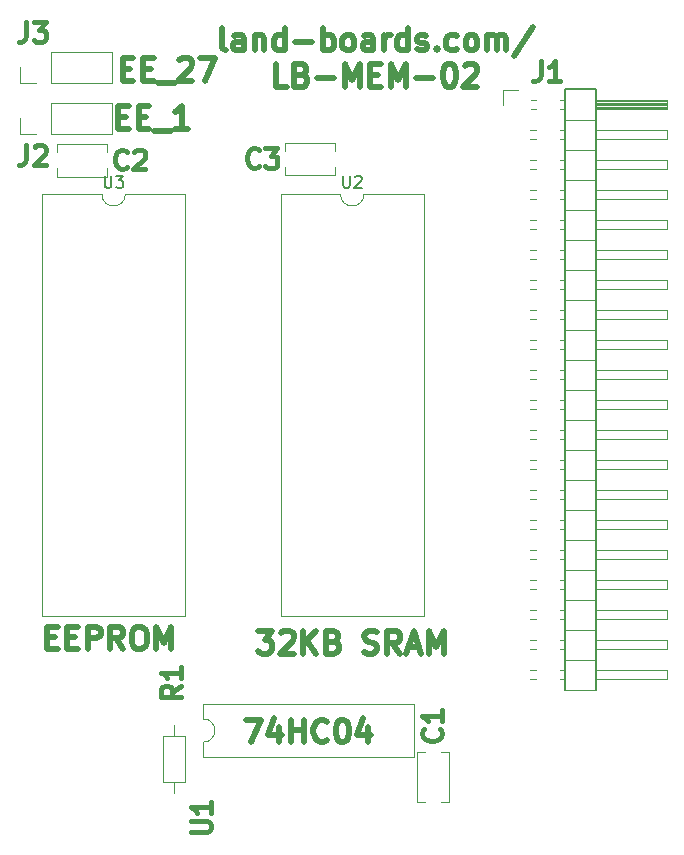
<source format=gto>
G04 #@! TF.GenerationSoftware,KiCad,Pcbnew,(6.0.1)*
G04 #@! TF.CreationDate,2022-10-08T07:27:23-04:00*
G04 #@! TF.ProjectId,LB-MEM-02,4c422d4d-454d-42d3-9032-2e6b69636164,2*
G04 #@! TF.SameCoordinates,Original*
G04 #@! TF.FileFunction,Legend,Top*
G04 #@! TF.FilePolarity,Positive*
%FSLAX46Y46*%
G04 Gerber Fmt 4.6, Leading zero omitted, Abs format (unit mm)*
G04 Created by KiCad (PCBNEW (6.0.1)) date 2022-10-08 07:27:23*
%MOMM*%
%LPD*%
G01*
G04 APERTURE LIST*
%ADD10C,0.476250*%
%ADD11C,0.150000*%
%ADD12C,0.412750*%
%ADD13C,0.120000*%
G04 APERTURE END LIST*
D10*
X152608642Y-50001260D02*
X152427214Y-49910546D01*
X152336500Y-49729117D01*
X152336500Y-48096260D01*
X154150785Y-50001260D02*
X154150785Y-49003403D01*
X154060071Y-48821975D01*
X153878642Y-48731260D01*
X153515785Y-48731260D01*
X153334357Y-48821975D01*
X154150785Y-49910546D02*
X153969357Y-50001260D01*
X153515785Y-50001260D01*
X153334357Y-49910546D01*
X153243642Y-49729117D01*
X153243642Y-49547689D01*
X153334357Y-49366260D01*
X153515785Y-49275546D01*
X153969357Y-49275546D01*
X154150785Y-49184832D01*
X155057928Y-48731260D02*
X155057928Y-50001260D01*
X155057928Y-48912689D02*
X155148642Y-48821975D01*
X155330071Y-48731260D01*
X155602214Y-48731260D01*
X155783642Y-48821975D01*
X155874357Y-49003403D01*
X155874357Y-50001260D01*
X157597928Y-50001260D02*
X157597928Y-48096260D01*
X157597928Y-49910546D02*
X157416500Y-50001260D01*
X157053642Y-50001260D01*
X156872214Y-49910546D01*
X156781500Y-49819832D01*
X156690785Y-49638403D01*
X156690785Y-49094117D01*
X156781500Y-48912689D01*
X156872214Y-48821975D01*
X157053642Y-48731260D01*
X157416500Y-48731260D01*
X157597928Y-48821975D01*
X158505071Y-49275546D02*
X159956500Y-49275546D01*
X160863642Y-50001260D02*
X160863642Y-48096260D01*
X160863642Y-48821975D02*
X161045071Y-48731260D01*
X161407928Y-48731260D01*
X161589357Y-48821975D01*
X161680071Y-48912689D01*
X161770785Y-49094117D01*
X161770785Y-49638403D01*
X161680071Y-49819832D01*
X161589357Y-49910546D01*
X161407928Y-50001260D01*
X161045071Y-50001260D01*
X160863642Y-49910546D01*
X162859357Y-50001260D02*
X162677928Y-49910546D01*
X162587214Y-49819832D01*
X162496500Y-49638403D01*
X162496500Y-49094117D01*
X162587214Y-48912689D01*
X162677928Y-48821975D01*
X162859357Y-48731260D01*
X163131500Y-48731260D01*
X163312928Y-48821975D01*
X163403642Y-48912689D01*
X163494357Y-49094117D01*
X163494357Y-49638403D01*
X163403642Y-49819832D01*
X163312928Y-49910546D01*
X163131500Y-50001260D01*
X162859357Y-50001260D01*
X165127214Y-50001260D02*
X165127214Y-49003403D01*
X165036500Y-48821975D01*
X164855071Y-48731260D01*
X164492214Y-48731260D01*
X164310785Y-48821975D01*
X165127214Y-49910546D02*
X164945785Y-50001260D01*
X164492214Y-50001260D01*
X164310785Y-49910546D01*
X164220071Y-49729117D01*
X164220071Y-49547689D01*
X164310785Y-49366260D01*
X164492214Y-49275546D01*
X164945785Y-49275546D01*
X165127214Y-49184832D01*
X166034357Y-50001260D02*
X166034357Y-48731260D01*
X166034357Y-49094117D02*
X166125071Y-48912689D01*
X166215785Y-48821975D01*
X166397214Y-48731260D01*
X166578642Y-48731260D01*
X168030071Y-50001260D02*
X168030071Y-48096260D01*
X168030071Y-49910546D02*
X167848642Y-50001260D01*
X167485785Y-50001260D01*
X167304357Y-49910546D01*
X167213642Y-49819832D01*
X167122928Y-49638403D01*
X167122928Y-49094117D01*
X167213642Y-48912689D01*
X167304357Y-48821975D01*
X167485785Y-48731260D01*
X167848642Y-48731260D01*
X168030071Y-48821975D01*
X168846500Y-49910546D02*
X169027928Y-50001260D01*
X169390785Y-50001260D01*
X169572214Y-49910546D01*
X169662928Y-49729117D01*
X169662928Y-49638403D01*
X169572214Y-49456975D01*
X169390785Y-49366260D01*
X169118642Y-49366260D01*
X168937214Y-49275546D01*
X168846500Y-49094117D01*
X168846500Y-49003403D01*
X168937214Y-48821975D01*
X169118642Y-48731260D01*
X169390785Y-48731260D01*
X169572214Y-48821975D01*
X170479357Y-49819832D02*
X170570071Y-49910546D01*
X170479357Y-50001260D01*
X170388642Y-49910546D01*
X170479357Y-49819832D01*
X170479357Y-50001260D01*
X172202928Y-49910546D02*
X172021500Y-50001260D01*
X171658642Y-50001260D01*
X171477214Y-49910546D01*
X171386500Y-49819832D01*
X171295785Y-49638403D01*
X171295785Y-49094117D01*
X171386500Y-48912689D01*
X171477214Y-48821975D01*
X171658642Y-48731260D01*
X172021500Y-48731260D01*
X172202928Y-48821975D01*
X173291500Y-50001260D02*
X173110071Y-49910546D01*
X173019357Y-49819832D01*
X172928642Y-49638403D01*
X172928642Y-49094117D01*
X173019357Y-48912689D01*
X173110071Y-48821975D01*
X173291500Y-48731260D01*
X173563642Y-48731260D01*
X173745071Y-48821975D01*
X173835785Y-48912689D01*
X173926500Y-49094117D01*
X173926500Y-49638403D01*
X173835785Y-49819832D01*
X173745071Y-49910546D01*
X173563642Y-50001260D01*
X173291500Y-50001260D01*
X174742928Y-50001260D02*
X174742928Y-48731260D01*
X174742928Y-48912689D02*
X174833642Y-48821975D01*
X175015071Y-48731260D01*
X175287214Y-48731260D01*
X175468642Y-48821975D01*
X175559357Y-49003403D01*
X175559357Y-50001260D01*
X175559357Y-49003403D02*
X175650071Y-48821975D01*
X175831500Y-48731260D01*
X176103642Y-48731260D01*
X176285071Y-48821975D01*
X176375785Y-49003403D01*
X176375785Y-50001260D01*
X178643642Y-48005546D02*
X177010785Y-50454832D01*
X157779357Y-53068310D02*
X156872214Y-53068310D01*
X156872214Y-51163310D01*
X159049357Y-52070453D02*
X159321500Y-52161167D01*
X159412214Y-52251882D01*
X159502928Y-52433310D01*
X159502928Y-52705453D01*
X159412214Y-52886882D01*
X159321500Y-52977596D01*
X159140071Y-53068310D01*
X158414357Y-53068310D01*
X158414357Y-51163310D01*
X159049357Y-51163310D01*
X159230785Y-51254025D01*
X159321500Y-51344739D01*
X159412214Y-51526167D01*
X159412214Y-51707596D01*
X159321500Y-51889025D01*
X159230785Y-51979739D01*
X159049357Y-52070453D01*
X158414357Y-52070453D01*
X160319357Y-52342596D02*
X161770785Y-52342596D01*
X162677928Y-53068310D02*
X162677928Y-51163310D01*
X163312928Y-52524025D01*
X163947928Y-51163310D01*
X163947928Y-53068310D01*
X164855071Y-52070453D02*
X165490071Y-52070453D01*
X165762214Y-53068310D02*
X164855071Y-53068310D01*
X164855071Y-51163310D01*
X165762214Y-51163310D01*
X166578642Y-53068310D02*
X166578642Y-51163310D01*
X167213642Y-52524025D01*
X167848642Y-51163310D01*
X167848642Y-53068310D01*
X168755785Y-52342596D02*
X170207214Y-52342596D01*
X171477214Y-51163310D02*
X171658642Y-51163310D01*
X171840071Y-51254025D01*
X171930785Y-51344739D01*
X172021500Y-51526167D01*
X172112214Y-51889025D01*
X172112214Y-52342596D01*
X172021500Y-52705453D01*
X171930785Y-52886882D01*
X171840071Y-52977596D01*
X171658642Y-53068310D01*
X171477214Y-53068310D01*
X171295785Y-52977596D01*
X171205071Y-52886882D01*
X171114357Y-52705453D01*
X171023642Y-52342596D01*
X171023642Y-51889025D01*
X171114357Y-51526167D01*
X171205071Y-51344739D01*
X171295785Y-51254025D01*
X171477214Y-51163310D01*
X172837928Y-51344739D02*
X172928642Y-51254025D01*
X173110071Y-51163310D01*
X173563642Y-51163310D01*
X173745071Y-51254025D01*
X173835785Y-51344739D01*
X173926500Y-51526167D01*
X173926500Y-51707596D01*
X173835785Y-51979739D01*
X172747214Y-53068310D01*
X173926500Y-53068310D01*
X154332214Y-106652785D02*
X155602214Y-106652785D01*
X154785785Y-108557785D01*
X157144357Y-107287785D02*
X157144357Y-108557785D01*
X156690785Y-106562071D02*
X156237214Y-107922785D01*
X157416500Y-107922785D01*
X158142214Y-108557785D02*
X158142214Y-106652785D01*
X158142214Y-107559928D02*
X159230785Y-107559928D01*
X159230785Y-108557785D02*
X159230785Y-106652785D01*
X161226500Y-108376357D02*
X161135785Y-108467071D01*
X160863642Y-108557785D01*
X160682214Y-108557785D01*
X160410071Y-108467071D01*
X160228642Y-108285642D01*
X160137928Y-108104214D01*
X160047214Y-107741357D01*
X160047214Y-107469214D01*
X160137928Y-107106357D01*
X160228642Y-106924928D01*
X160410071Y-106743500D01*
X160682214Y-106652785D01*
X160863642Y-106652785D01*
X161135785Y-106743500D01*
X161226500Y-106834214D01*
X162405785Y-106652785D02*
X162587214Y-106652785D01*
X162768642Y-106743500D01*
X162859357Y-106834214D01*
X162950071Y-107015642D01*
X163040785Y-107378500D01*
X163040785Y-107832071D01*
X162950071Y-108194928D01*
X162859357Y-108376357D01*
X162768642Y-108467071D01*
X162587214Y-108557785D01*
X162405785Y-108557785D01*
X162224357Y-108467071D01*
X162133642Y-108376357D01*
X162042928Y-108194928D01*
X161952214Y-107832071D01*
X161952214Y-107378500D01*
X162042928Y-107015642D01*
X162133642Y-106834214D01*
X162224357Y-106743500D01*
X162405785Y-106652785D01*
X164673642Y-107287785D02*
X164673642Y-108557785D01*
X164220071Y-106562071D02*
X163766500Y-107922785D01*
X164945785Y-107922785D01*
X137486571Y-99685928D02*
X138121571Y-99685928D01*
X138393714Y-100683785D02*
X137486571Y-100683785D01*
X137486571Y-98778785D01*
X138393714Y-98778785D01*
X139210142Y-99685928D02*
X139845142Y-99685928D01*
X140117285Y-100683785D02*
X139210142Y-100683785D01*
X139210142Y-98778785D01*
X140117285Y-98778785D01*
X140933714Y-100683785D02*
X140933714Y-98778785D01*
X141659428Y-98778785D01*
X141840857Y-98869500D01*
X141931571Y-98960214D01*
X142022285Y-99141642D01*
X142022285Y-99413785D01*
X141931571Y-99595214D01*
X141840857Y-99685928D01*
X141659428Y-99776642D01*
X140933714Y-99776642D01*
X143927285Y-100683785D02*
X143292285Y-99776642D01*
X142838714Y-100683785D02*
X142838714Y-98778785D01*
X143564428Y-98778785D01*
X143745857Y-98869500D01*
X143836571Y-98960214D01*
X143927285Y-99141642D01*
X143927285Y-99413785D01*
X143836571Y-99595214D01*
X143745857Y-99685928D01*
X143564428Y-99776642D01*
X142838714Y-99776642D01*
X145106571Y-98778785D02*
X145469428Y-98778785D01*
X145650857Y-98869500D01*
X145832285Y-99050928D01*
X145923000Y-99413785D01*
X145923000Y-100048785D01*
X145832285Y-100411642D01*
X145650857Y-100593071D01*
X145469428Y-100683785D01*
X145106571Y-100683785D01*
X144925142Y-100593071D01*
X144743714Y-100411642D01*
X144653000Y-100048785D01*
X144653000Y-99413785D01*
X144743714Y-99050928D01*
X144925142Y-98869500D01*
X145106571Y-98778785D01*
X146739428Y-100683785D02*
X146739428Y-98778785D01*
X147374428Y-100139500D01*
X148009428Y-98778785D01*
X148009428Y-100683785D01*
X143528142Y-55616928D02*
X144163142Y-55616928D01*
X144435285Y-56614785D02*
X143528142Y-56614785D01*
X143528142Y-54709785D01*
X144435285Y-54709785D01*
X145251714Y-55616928D02*
X145886714Y-55616928D01*
X146158857Y-56614785D02*
X145251714Y-56614785D01*
X145251714Y-54709785D01*
X146158857Y-54709785D01*
X146521714Y-56796214D02*
X147973142Y-56796214D01*
X149424571Y-56614785D02*
X148336000Y-56614785D01*
X148880285Y-56614785D02*
X148880285Y-54709785D01*
X148698857Y-54981928D01*
X148517428Y-55163357D01*
X148336000Y-55254071D01*
X155384500Y-99159785D02*
X156563785Y-99159785D01*
X155928785Y-99885500D01*
X156200928Y-99885500D01*
X156382357Y-99976214D01*
X156473071Y-100066928D01*
X156563785Y-100248357D01*
X156563785Y-100701928D01*
X156473071Y-100883357D01*
X156382357Y-100974071D01*
X156200928Y-101064785D01*
X155656642Y-101064785D01*
X155475214Y-100974071D01*
X155384500Y-100883357D01*
X157289500Y-99341214D02*
X157380214Y-99250500D01*
X157561642Y-99159785D01*
X158015214Y-99159785D01*
X158196642Y-99250500D01*
X158287357Y-99341214D01*
X158378071Y-99522642D01*
X158378071Y-99704071D01*
X158287357Y-99976214D01*
X157198785Y-101064785D01*
X158378071Y-101064785D01*
X159194500Y-101064785D02*
X159194500Y-99159785D01*
X160283071Y-101064785D02*
X159466642Y-99976214D01*
X160283071Y-99159785D02*
X159194500Y-100248357D01*
X161734500Y-100066928D02*
X162006642Y-100157642D01*
X162097357Y-100248357D01*
X162188071Y-100429785D01*
X162188071Y-100701928D01*
X162097357Y-100883357D01*
X162006642Y-100974071D01*
X161825214Y-101064785D01*
X161099500Y-101064785D01*
X161099500Y-99159785D01*
X161734500Y-99159785D01*
X161915928Y-99250500D01*
X162006642Y-99341214D01*
X162097357Y-99522642D01*
X162097357Y-99704071D01*
X162006642Y-99885500D01*
X161915928Y-99976214D01*
X161734500Y-100066928D01*
X161099500Y-100066928D01*
X164365214Y-100974071D02*
X164637357Y-101064785D01*
X165090928Y-101064785D01*
X165272357Y-100974071D01*
X165363071Y-100883357D01*
X165453785Y-100701928D01*
X165453785Y-100520500D01*
X165363071Y-100339071D01*
X165272357Y-100248357D01*
X165090928Y-100157642D01*
X164728071Y-100066928D01*
X164546642Y-99976214D01*
X164455928Y-99885500D01*
X164365214Y-99704071D01*
X164365214Y-99522642D01*
X164455928Y-99341214D01*
X164546642Y-99250500D01*
X164728071Y-99159785D01*
X165181642Y-99159785D01*
X165453785Y-99250500D01*
X167358785Y-101064785D02*
X166723785Y-100157642D01*
X166270214Y-101064785D02*
X166270214Y-99159785D01*
X166995928Y-99159785D01*
X167177357Y-99250500D01*
X167268071Y-99341214D01*
X167358785Y-99522642D01*
X167358785Y-99794785D01*
X167268071Y-99976214D01*
X167177357Y-100066928D01*
X166995928Y-100157642D01*
X166270214Y-100157642D01*
X168084500Y-100520500D02*
X168991642Y-100520500D01*
X167903071Y-101064785D02*
X168538071Y-99159785D01*
X169173071Y-101064785D01*
X169808071Y-101064785D02*
X169808071Y-99159785D01*
X170443071Y-100520500D01*
X171078071Y-99159785D01*
X171078071Y-101064785D01*
X143891000Y-51552928D02*
X144526000Y-51552928D01*
X144798142Y-52550785D02*
X143891000Y-52550785D01*
X143891000Y-50645785D01*
X144798142Y-50645785D01*
X145614571Y-51552928D02*
X146249571Y-51552928D01*
X146521714Y-52550785D02*
X145614571Y-52550785D01*
X145614571Y-50645785D01*
X146521714Y-50645785D01*
X146884571Y-52732214D02*
X148336000Y-52732214D01*
X148698857Y-50827214D02*
X148789571Y-50736500D01*
X148971000Y-50645785D01*
X149424571Y-50645785D01*
X149606000Y-50736500D01*
X149696714Y-50827214D01*
X149787428Y-51008642D01*
X149787428Y-51190071D01*
X149696714Y-51462214D01*
X148608142Y-52550785D01*
X149787428Y-52550785D01*
X150422428Y-50645785D02*
X151692428Y-50645785D01*
X150876000Y-52550785D01*
D11*
X162560095Y-60622380D02*
X162560095Y-61431904D01*
X162607714Y-61527142D01*
X162655333Y-61574761D01*
X162750571Y-61622380D01*
X162941047Y-61622380D01*
X163036285Y-61574761D01*
X163083904Y-61527142D01*
X163131523Y-61431904D01*
X163131523Y-60622380D01*
X163560095Y-60717619D02*
X163607714Y-60670000D01*
X163702952Y-60622380D01*
X163941047Y-60622380D01*
X164036285Y-60670000D01*
X164083904Y-60717619D01*
X164131523Y-60812857D01*
X164131523Y-60908095D01*
X164083904Y-61050952D01*
X163512476Y-61622380D01*
X164131523Y-61622380D01*
D12*
X179281666Y-50911880D02*
X179281666Y-52091166D01*
X179203047Y-52327023D01*
X179045809Y-52484261D01*
X178809952Y-52562880D01*
X178652714Y-52562880D01*
X180932666Y-52562880D02*
X179989238Y-52562880D01*
X180460952Y-52562880D02*
X180460952Y-50911880D01*
X180303714Y-51147738D01*
X180146476Y-51304976D01*
X179989238Y-51383595D01*
X149717880Y-116192904D02*
X151054404Y-116192904D01*
X151211642Y-116114285D01*
X151290261Y-116035666D01*
X151368880Y-115878428D01*
X151368880Y-115563952D01*
X151290261Y-115406714D01*
X151211642Y-115328095D01*
X151054404Y-115249476D01*
X149717880Y-115249476D01*
X151368880Y-113598476D02*
X151368880Y-114541904D01*
X151368880Y-114070190D02*
X149717880Y-114070190D01*
X149953738Y-114227428D01*
X150110976Y-114384666D01*
X150189595Y-114541904D01*
D11*
X142365088Y-60622380D02*
X142365088Y-61431904D01*
X142412707Y-61527142D01*
X142460326Y-61574761D01*
X142555564Y-61622380D01*
X142746040Y-61622380D01*
X142841278Y-61574761D01*
X142888897Y-61527142D01*
X142936516Y-61431904D01*
X142936516Y-60622380D01*
X143317469Y-60622380D02*
X143936516Y-60622380D01*
X143603183Y-61003333D01*
X143746040Y-61003333D01*
X143841278Y-61050952D01*
X143888897Y-61098571D01*
X143936516Y-61193809D01*
X143936516Y-61431904D01*
X143888897Y-61527142D01*
X143841278Y-61574761D01*
X143746040Y-61622380D01*
X143460326Y-61622380D01*
X143365088Y-61574761D01*
X143317469Y-61527142D01*
D12*
X170769642Y-107443176D02*
X170848261Y-107521795D01*
X170926880Y-107757652D01*
X170926880Y-107914890D01*
X170848261Y-108150748D01*
X170691023Y-108307986D01*
X170533785Y-108386605D01*
X170219309Y-108465224D01*
X169983452Y-108465224D01*
X169668976Y-108386605D01*
X169511738Y-108307986D01*
X169354500Y-108150748D01*
X169275880Y-107914890D01*
X169275880Y-107757652D01*
X169354500Y-107521795D01*
X169433119Y-107443176D01*
X170926880Y-105870795D02*
X170926880Y-106814224D01*
X170926880Y-106342510D02*
X169275880Y-106342510D01*
X169511738Y-106499748D01*
X169668976Y-106656986D01*
X169747595Y-106814224D01*
X144250843Y-59898642D02*
X144172224Y-59977261D01*
X143936367Y-60055880D01*
X143779129Y-60055880D01*
X143543271Y-59977261D01*
X143386033Y-59820023D01*
X143307414Y-59662785D01*
X143228795Y-59348309D01*
X143228795Y-59112452D01*
X143307414Y-58797976D01*
X143386033Y-58640738D01*
X143543271Y-58483500D01*
X143779129Y-58404880D01*
X143936367Y-58404880D01*
X144172224Y-58483500D01*
X144250843Y-58562119D01*
X144879795Y-58562119D02*
X144958414Y-58483500D01*
X145115652Y-58404880D01*
X145508748Y-58404880D01*
X145665986Y-58483500D01*
X145744605Y-58562119D01*
X145823224Y-58719357D01*
X145823224Y-58876595D01*
X145744605Y-59112452D01*
X144801176Y-60055880D01*
X145823224Y-60055880D01*
X135720666Y-58023880D02*
X135720666Y-59203166D01*
X135642047Y-59439023D01*
X135484809Y-59596261D01*
X135248952Y-59674880D01*
X135091714Y-59674880D01*
X136428238Y-58181119D02*
X136506857Y-58102500D01*
X136664095Y-58023880D01*
X137057190Y-58023880D01*
X137214428Y-58102500D01*
X137293047Y-58181119D01*
X137371666Y-58338357D01*
X137371666Y-58495595D01*
X137293047Y-58731452D01*
X136349619Y-59674880D01*
X137371666Y-59674880D01*
X135720666Y-47609880D02*
X135720666Y-48789166D01*
X135642047Y-49025023D01*
X135484809Y-49182261D01*
X135248952Y-49260880D01*
X135091714Y-49260880D01*
X136349619Y-47609880D02*
X137371666Y-47609880D01*
X136821333Y-48238833D01*
X137057190Y-48238833D01*
X137214428Y-48317452D01*
X137293047Y-48396071D01*
X137371666Y-48553309D01*
X137371666Y-48946404D01*
X137293047Y-49103642D01*
X137214428Y-49182261D01*
X137057190Y-49260880D01*
X136585476Y-49260880D01*
X136428238Y-49182261D01*
X136349619Y-49103642D01*
X148828880Y-103780166D02*
X148042690Y-104330500D01*
X148828880Y-104723595D02*
X147177880Y-104723595D01*
X147177880Y-104094642D01*
X147256500Y-103937404D01*
X147335119Y-103858785D01*
X147492357Y-103780166D01*
X147728214Y-103780166D01*
X147885452Y-103858785D01*
X147964071Y-103937404D01*
X148042690Y-104094642D01*
X148042690Y-104723595D01*
X148828880Y-102207785D02*
X148828880Y-103151214D01*
X148828880Y-102679500D02*
X147177880Y-102679500D01*
X147413738Y-102836738D01*
X147570976Y-102993976D01*
X147649595Y-103151214D01*
X155426843Y-59771642D02*
X155348224Y-59850261D01*
X155112367Y-59928880D01*
X154955129Y-59928880D01*
X154719271Y-59850261D01*
X154562033Y-59693023D01*
X154483414Y-59535785D01*
X154404795Y-59221309D01*
X154404795Y-58985452D01*
X154483414Y-58670976D01*
X154562033Y-58513738D01*
X154719271Y-58356500D01*
X154955129Y-58277880D01*
X155112367Y-58277880D01*
X155348224Y-58356500D01*
X155426843Y-58435119D01*
X155977176Y-58277880D02*
X156999224Y-58277880D01*
X156448890Y-58906833D01*
X156684748Y-58906833D01*
X156841986Y-58985452D01*
X156920605Y-59064071D01*
X156999224Y-59221309D01*
X156999224Y-59614404D01*
X156920605Y-59771642D01*
X156841986Y-59850261D01*
X156684748Y-59928880D01*
X156213033Y-59928880D01*
X156055795Y-59850261D01*
X155977176Y-59771642D01*
D13*
X157262000Y-62170000D02*
X157262000Y-97850000D01*
X162322000Y-62170000D02*
X157262000Y-62170000D01*
X157262000Y-97850000D02*
X169382000Y-97850000D01*
X169382000Y-97850000D02*
X169382000Y-62170000D01*
X169382000Y-62170000D02*
X164322000Y-62170000D01*
X162322000Y-62170000D02*
G75*
G03*
X164322000Y-62170000I1000000J0D01*
G01*
X180932929Y-93095000D02*
X181330000Y-93095000D01*
X189990000Y-85475000D02*
X183990000Y-85475000D01*
X180932929Y-79635000D02*
X181330000Y-79635000D01*
X178392929Y-77855000D02*
X178847071Y-77855000D01*
X178392929Y-94875000D02*
X178847071Y-94875000D01*
X178392929Y-69475000D02*
X178847071Y-69475000D01*
X183990000Y-97415000D02*
X189990000Y-97415000D01*
X183990000Y-53285000D02*
X181330000Y-53285000D01*
X183990000Y-54295000D02*
X189990000Y-54295000D01*
X178392929Y-82175000D02*
X178847071Y-82175000D01*
X180932929Y-77095000D02*
X181330000Y-77095000D01*
X178392929Y-56775000D02*
X178847071Y-56775000D01*
X181330000Y-71125000D02*
X183990000Y-71125000D01*
X180932929Y-66935000D02*
X181330000Y-66935000D01*
X183990000Y-87255000D02*
X189990000Y-87255000D01*
X178392929Y-62615000D02*
X178847071Y-62615000D01*
X183990000Y-77095000D02*
X189990000Y-77095000D01*
X189990000Y-102495000D02*
X189990000Y-103255000D01*
X178392929Y-61855000D02*
X178847071Y-61855000D01*
X178392929Y-60075000D02*
X178847071Y-60075000D01*
X181330000Y-63505000D02*
X183990000Y-63505000D01*
X189990000Y-97415000D02*
X189990000Y-98175000D01*
X189990000Y-100715000D02*
X183990000Y-100715000D01*
X181330000Y-78745000D02*
X183990000Y-78745000D01*
X189990000Y-82175000D02*
X189990000Y-82935000D01*
X178392929Y-90555000D02*
X178847071Y-90555000D01*
X180932929Y-69475000D02*
X181330000Y-69475000D01*
X178392929Y-92335000D02*
X178847071Y-92335000D01*
X189990000Y-72775000D02*
X183990000Y-72775000D01*
X181330000Y-104145000D02*
X183990000Y-104145000D01*
X180932929Y-94875000D02*
X181330000Y-94875000D01*
X180932929Y-102495000D02*
X181330000Y-102495000D01*
X181330000Y-93985000D02*
X183990000Y-93985000D01*
X183990000Y-64395000D02*
X189990000Y-64395000D01*
X178392929Y-87255000D02*
X178847071Y-87255000D01*
X178392929Y-84715000D02*
X178847071Y-84715000D01*
X180932929Y-100715000D02*
X181330000Y-100715000D01*
X189990000Y-87255000D02*
X189990000Y-88015000D01*
X189990000Y-94875000D02*
X189990000Y-95635000D01*
X181330000Y-55885000D02*
X183990000Y-55885000D01*
X178392929Y-59315000D02*
X178847071Y-59315000D01*
X189990000Y-54995000D02*
X183990000Y-54995000D01*
X183990000Y-54895000D02*
X189990000Y-54895000D01*
X189990000Y-56775000D02*
X189990000Y-57535000D01*
X183990000Y-84715000D02*
X189990000Y-84715000D01*
X183990000Y-89795000D02*
X189990000Y-89795000D01*
X180932929Y-57535000D02*
X181330000Y-57535000D01*
X181330000Y-66045000D02*
X183990000Y-66045000D01*
X178392929Y-72775000D02*
X178847071Y-72775000D01*
X178392929Y-74555000D02*
X178847071Y-74555000D01*
X183990000Y-79635000D02*
X189990000Y-79635000D01*
X180932929Y-99955000D02*
X181330000Y-99955000D01*
X189990000Y-64395000D02*
X189990000Y-65155000D01*
X178392929Y-79635000D02*
X178847071Y-79635000D01*
X180932929Y-65155000D02*
X181330000Y-65155000D01*
X180932929Y-59315000D02*
X181330000Y-59315000D01*
X183990000Y-66935000D02*
X189990000Y-66935000D01*
X189990000Y-98175000D02*
X183990000Y-98175000D01*
X180932929Y-74555000D02*
X181330000Y-74555000D01*
X180932929Y-62615000D02*
X181330000Y-62615000D01*
X183990000Y-82175000D02*
X189990000Y-82175000D01*
X189990000Y-72015000D02*
X189990000Y-72775000D01*
X181330000Y-91445000D02*
X183990000Y-91445000D01*
X178392929Y-103255000D02*
X178847071Y-103255000D01*
X178392929Y-88015000D02*
X178847071Y-88015000D01*
X180932929Y-82935000D02*
X181330000Y-82935000D01*
X189990000Y-65155000D02*
X183990000Y-65155000D01*
X189990000Y-62615000D02*
X183990000Y-62615000D01*
D11*
X181330000Y-53285000D02*
X183990000Y-53285000D01*
D13*
X178392929Y-67695000D02*
X178847071Y-67695000D01*
X180932929Y-98175000D02*
X181330000Y-98175000D01*
X183990000Y-72015000D02*
X189990000Y-72015000D01*
X180932929Y-87255000D02*
X181330000Y-87255000D01*
X189990000Y-89795000D02*
X189990000Y-90555000D01*
X178392929Y-70235000D02*
X178847071Y-70235000D01*
X189990000Y-54235000D02*
X189990000Y-54995000D01*
X180932929Y-103255000D02*
X181330000Y-103255000D01*
X181330000Y-86365000D02*
X183990000Y-86365000D01*
X180932929Y-88015000D02*
X181330000Y-88015000D01*
X181330000Y-99065000D02*
X183990000Y-99065000D01*
X180932929Y-90555000D02*
X181330000Y-90555000D01*
X189990000Y-75315000D02*
X183990000Y-75315000D01*
X189990000Y-103255000D02*
X183990000Y-103255000D01*
X183990000Y-92335000D02*
X189990000Y-92335000D01*
X189990000Y-57535000D02*
X183990000Y-57535000D01*
X180932929Y-75315000D02*
X181330000Y-75315000D01*
X178392929Y-65155000D02*
X178847071Y-65155000D01*
X181330000Y-58425000D02*
X183990000Y-58425000D01*
X189990000Y-60075000D02*
X183990000Y-60075000D01*
X183990000Y-54415000D02*
X189990000Y-54415000D01*
X189990000Y-74555000D02*
X189990000Y-75315000D01*
X189990000Y-82935000D02*
X183990000Y-82935000D01*
X178392929Y-100715000D02*
X178847071Y-100715000D01*
X180932929Y-84715000D02*
X181330000Y-84715000D01*
X178392929Y-72015000D02*
X178847071Y-72015000D01*
X183990000Y-54655000D02*
X189990000Y-54655000D01*
X189990000Y-77855000D02*
X183990000Y-77855000D01*
X183990000Y-54775000D02*
X189990000Y-54775000D01*
X183990000Y-99955000D02*
X189990000Y-99955000D01*
D11*
X181330000Y-104145000D02*
X181330000Y-53285000D01*
D13*
X178392929Y-95635000D02*
X178847071Y-95635000D01*
X189990000Y-77095000D02*
X189990000Y-77855000D01*
X178392929Y-66935000D02*
X178847071Y-66935000D01*
X180932929Y-95635000D02*
X181330000Y-95635000D01*
X181330000Y-60965000D02*
X183990000Y-60965000D01*
X180932929Y-85475000D02*
X181330000Y-85475000D01*
X181330000Y-83825000D02*
X183990000Y-83825000D01*
X180932929Y-72015000D02*
X181330000Y-72015000D01*
X183990000Y-54535000D02*
X189990000Y-54535000D01*
X178392929Y-77095000D02*
X178847071Y-77095000D01*
X183990000Y-61855000D02*
X189990000Y-61855000D01*
X180932929Y-97415000D02*
X181330000Y-97415000D01*
X189990000Y-79635000D02*
X189990000Y-80395000D01*
X180932929Y-54995000D02*
X181330000Y-54995000D01*
X180932929Y-89795000D02*
X181330000Y-89795000D01*
X178460000Y-54995000D02*
X178847071Y-54995000D01*
X189990000Y-67695000D02*
X183990000Y-67695000D01*
X189990000Y-59315000D02*
X189990000Y-60075000D01*
X180932929Y-80395000D02*
X181330000Y-80395000D01*
X189990000Y-84715000D02*
X189990000Y-85475000D01*
X180932929Y-72775000D02*
X181330000Y-72775000D01*
X176080000Y-54615000D02*
X176080000Y-53345000D01*
X180932929Y-61855000D02*
X181330000Y-61855000D01*
X183990000Y-54235000D02*
X189990000Y-54235000D01*
X183990000Y-59315000D02*
X189990000Y-59315000D01*
X181330000Y-76205000D02*
X183990000Y-76205000D01*
X178392929Y-93095000D02*
X178847071Y-93095000D01*
X176080000Y-53345000D02*
X177350000Y-53345000D01*
X181330000Y-101605000D02*
X183990000Y-101605000D01*
X178392929Y-98175000D02*
X178847071Y-98175000D01*
X178392929Y-75315000D02*
X178847071Y-75315000D01*
X180932929Y-92335000D02*
X181330000Y-92335000D01*
X183990000Y-69475000D02*
X189990000Y-69475000D01*
X180932929Y-77855000D02*
X181330000Y-77855000D01*
X181330000Y-68585000D02*
X183990000Y-68585000D01*
X180932929Y-64395000D02*
X181330000Y-64395000D01*
X178392929Y-97415000D02*
X178847071Y-97415000D01*
X178392929Y-82935000D02*
X178847071Y-82935000D01*
X178392929Y-89795000D02*
X178847071Y-89795000D01*
X178392929Y-80395000D02*
X178847071Y-80395000D01*
X189990000Y-90555000D02*
X183990000Y-90555000D01*
X180932929Y-60075000D02*
X181330000Y-60075000D01*
X189990000Y-61855000D02*
X189990000Y-62615000D01*
X183990000Y-102495000D02*
X189990000Y-102495000D01*
X189990000Y-95635000D02*
X183990000Y-95635000D01*
X178392929Y-57535000D02*
X178847071Y-57535000D01*
X189990000Y-88015000D02*
X183990000Y-88015000D01*
X180932929Y-56775000D02*
X181330000Y-56775000D01*
X178392929Y-102495000D02*
X178847071Y-102495000D01*
D11*
X183990000Y-53285000D02*
X183990000Y-104145000D01*
D13*
X189990000Y-80395000D02*
X183990000Y-80395000D01*
X183990000Y-56775000D02*
X189990000Y-56775000D01*
X180932929Y-82175000D02*
X181330000Y-82175000D01*
X189990000Y-99955000D02*
X189990000Y-100715000D01*
X178460000Y-54235000D02*
X178847071Y-54235000D01*
X189990000Y-70235000D02*
X183990000Y-70235000D01*
X189990000Y-93095000D02*
X183990000Y-93095000D01*
X180932929Y-67695000D02*
X181330000Y-67695000D01*
X181330000Y-73665000D02*
X183990000Y-73665000D01*
X189990000Y-92335000D02*
X189990000Y-93095000D01*
X183990000Y-74555000D02*
X189990000Y-74555000D01*
X180932929Y-54235000D02*
X181330000Y-54235000D01*
X189990000Y-69475000D02*
X189990000Y-70235000D01*
X181330000Y-88905000D02*
X183990000Y-88905000D01*
X178392929Y-85475000D02*
X178847071Y-85475000D01*
X178392929Y-64395000D02*
X178847071Y-64395000D01*
X189990000Y-66935000D02*
X189990000Y-67695000D01*
X178392929Y-99955000D02*
X178847071Y-99955000D01*
X181330000Y-81285000D02*
X183990000Y-81285000D01*
X183990000Y-94875000D02*
X189990000Y-94875000D01*
X181330000Y-96525000D02*
X183990000Y-96525000D01*
X180932929Y-70235000D02*
X181330000Y-70235000D01*
X150684000Y-105334000D02*
X150684000Y-106584000D01*
X150684000Y-109834000D02*
X168584000Y-109834000D01*
X168584000Y-105334000D02*
X150684000Y-105334000D01*
X150684000Y-108584000D02*
X150684000Y-109834000D01*
X168584000Y-109834000D02*
X168584000Y-105334000D01*
X150684000Y-108584000D02*
G75*
G03*
X150684000Y-106584000I0J1000000D01*
G01*
X149186993Y-97850000D02*
X149186993Y-62170000D01*
X142126993Y-62170000D02*
X137066993Y-62170000D01*
X137066993Y-97850000D02*
X149186993Y-97850000D01*
X149186993Y-62170000D02*
X144126993Y-62170000D01*
X137066993Y-62170000D02*
X137066993Y-97850000D01*
X142126993Y-62170000D02*
G75*
G03*
X144126993Y-62170000I1000000J0D01*
G01*
X168810000Y-113626010D02*
X168810000Y-109386010D01*
X170845000Y-109386010D02*
X171550000Y-109386010D01*
X168810000Y-109386010D02*
X169515000Y-109386010D01*
X171550000Y-113626010D02*
X171550000Y-109386010D01*
X170845000Y-113626010D02*
X171550000Y-113626010D01*
X168810000Y-113626010D02*
X169515000Y-113626010D01*
X142582010Y-57939000D02*
X138342010Y-57939000D01*
X142582010Y-58644000D02*
X142582010Y-57939000D01*
X138342010Y-58644000D02*
X138342010Y-57939000D01*
X142582010Y-60679000D02*
X142582010Y-59974000D01*
X138342010Y-60679000D02*
X138342010Y-59974000D01*
X142582010Y-60679000D02*
X138342010Y-60679000D01*
X142950011Y-57083000D02*
X142950011Y-54423000D01*
X137810011Y-57083000D02*
X142950011Y-57083000D01*
X137810011Y-57083000D02*
X137810011Y-54423000D01*
X135210011Y-57083000D02*
X135210011Y-55753000D01*
X137810011Y-54423000D02*
X142950011Y-54423000D01*
X136540011Y-57083000D02*
X135210011Y-57083000D01*
X135210000Y-52765000D02*
X135210000Y-51435000D01*
X137810000Y-52765000D02*
X142950000Y-52765000D01*
X137810000Y-50105000D02*
X142950000Y-50105000D01*
X137810000Y-52765000D02*
X137810000Y-50105000D01*
X142950000Y-52765000D02*
X142950000Y-50105000D01*
X136540000Y-52765000D02*
X135210000Y-52765000D01*
X147289000Y-108062000D02*
X147289000Y-111902000D01*
X148209000Y-112852000D02*
X148209000Y-111902000D01*
X149129000Y-108062000D02*
X147289000Y-108062000D01*
X148209000Y-107112000D02*
X148209000Y-108062000D01*
X147289000Y-111902000D02*
X149129000Y-111902000D01*
X149129000Y-111902000D02*
X149129000Y-108062000D01*
X157646010Y-58517000D02*
X157646010Y-57812000D01*
X161886010Y-60552000D02*
X157646010Y-60552000D01*
X161886010Y-57812000D02*
X157646010Y-57812000D01*
X157646010Y-60552000D02*
X157646010Y-59847000D01*
X161886010Y-58517000D02*
X161886010Y-57812000D01*
X161886010Y-60552000D02*
X161886010Y-59847000D01*
M02*

</source>
